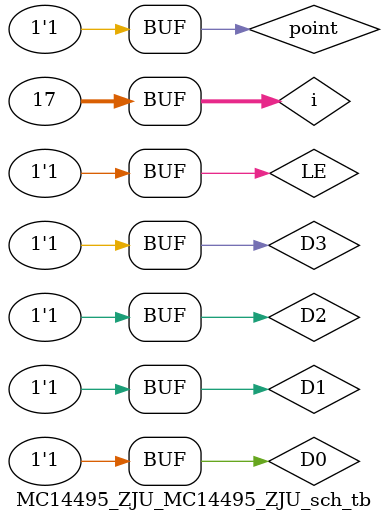
<source format=v>

`timescale 1ns / 1ps

module MC14495_ZJU_MC14495_ZJU_sch_tb();

// Inputs
   reg D2;
   reg D1;
   reg D0;
   reg LE;
   reg point;
   reg D3;

// Output
   wire a;
   wire b;
   wire c;
   wire d;
   wire e;
   wire f;
   wire g;
   wire p;

// Bidirs

// Instantiate the UUT
   MC14495_ZJU UUT (
		.D2(D2), 
		.D1(D1), 
		.D0(D0), 
		.LE(LE), 
		.a(a), 
		.b(b), 
		.c(c), 
		.d(d), 
		.e(e), 
		.f(f), 
		.g(g), 
		.point(point), 
		.p(p), 
		.D3(D3)
   );

	integer i;
       initial begin
		D3 = 0;
		D2 = 0;
		D1 = 0;
		D0 = 0;
		LE = 1;
		point = 0;
		#50;
		LE = 0;									
		for (i=0; i<=15;i=i+1) begin
		#50;
		{D3,D2,D1,D0}=i;
		point = i;
		end
		
		#50;
		i=i+1;
		LE = 1;
	end

	
endmodule

</source>
